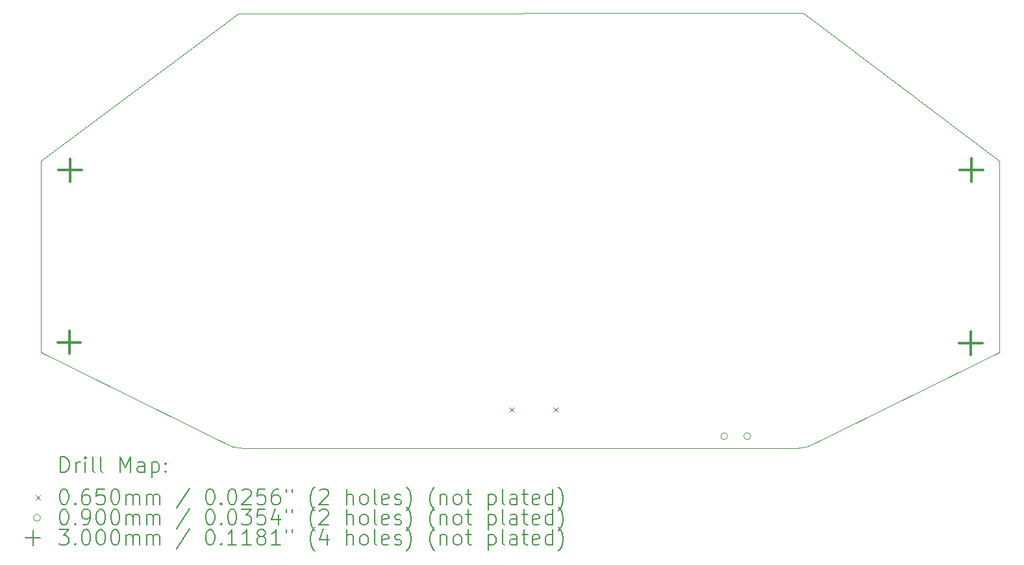
<source format=gbr>
%TF.GenerationSoftware,KiCad,Pcbnew,9.0.0*%
%TF.CreationDate,2025-04-24T22:15:05+07:00*%
%TF.ProjectId,Controll_,436f6e74-726f-46c6-9cbb-2e6b69636164,rev?*%
%TF.SameCoordinates,Original*%
%TF.FileFunction,Drillmap*%
%TF.FilePolarity,Positive*%
%FSLAX45Y45*%
G04 Gerber Fmt 4.5, Leading zero omitted, Abs format (unit mm)*
G04 Created by KiCad (PCBNEW 9.0.0) date 2025-04-24 22:15:05*
%MOMM*%
%LPD*%
G01*
G04 APERTURE LIST*
%ADD10C,0.050000*%
%ADD11C,0.200000*%
%ADD12C,0.100000*%
%ADD13C,0.300000*%
G04 APERTURE END LIST*
D10*
X7500000Y-7500000D02*
X7500000Y-10000000D01*
X17599372Y-11185465D02*
X20000000Y-10000000D01*
X7500000Y-10000000D02*
X9900209Y-11184686D01*
X17599372Y-11185465D02*
G75*
G02*
X17381512Y-11250002I-217862J335455D01*
G01*
X20000000Y-7500000D02*
X20000000Y-10000000D01*
X7500000Y-7500000D02*
X10079553Y-5575000D01*
X10079553Y-5575000D02*
X17443582Y-5572697D01*
X17443582Y-5572697D02*
X20000000Y-7500000D01*
X10119265Y-11250000D02*
G75*
G02*
X9900208Y-11184688I-5J400000D01*
G01*
X17381512Y-11250000D02*
X10119265Y-11250000D01*
D11*
D12*
X13606000Y-10713000D02*
X13671000Y-10778000D01*
X13671000Y-10713000D02*
X13606000Y-10778000D01*
X14184000Y-10713000D02*
X14249000Y-10778000D01*
X14249000Y-10713000D02*
X14184000Y-10778000D01*
X16457500Y-11092500D02*
G75*
G02*
X16367500Y-11092500I-45000J0D01*
G01*
X16367500Y-11092500D02*
G75*
G02*
X16457500Y-11092500I45000J0D01*
G01*
X16757500Y-11092500D02*
G75*
G02*
X16667500Y-11092500I-45000J0D01*
G01*
X16667500Y-11092500D02*
G75*
G02*
X16757500Y-11092500I45000J0D01*
G01*
D13*
X7872500Y-9717500D02*
X7872500Y-10017500D01*
X7722500Y-9867500D02*
X8022500Y-9867500D01*
X7882500Y-7470000D02*
X7882500Y-7770000D01*
X7732500Y-7620000D02*
X8032500Y-7620000D01*
X19627500Y-9730000D02*
X19627500Y-10030000D01*
X19477500Y-9880000D02*
X19777500Y-9880000D01*
X19635000Y-7467500D02*
X19635000Y-7767500D01*
X19485000Y-7617500D02*
X19785000Y-7617500D01*
D11*
X7758277Y-11563984D02*
X7758277Y-11363984D01*
X7758277Y-11363984D02*
X7805896Y-11363984D01*
X7805896Y-11363984D02*
X7834467Y-11373508D01*
X7834467Y-11373508D02*
X7853515Y-11392555D01*
X7853515Y-11392555D02*
X7863039Y-11411603D01*
X7863039Y-11411603D02*
X7872562Y-11449698D01*
X7872562Y-11449698D02*
X7872562Y-11478269D01*
X7872562Y-11478269D02*
X7863039Y-11516365D01*
X7863039Y-11516365D02*
X7853515Y-11535412D01*
X7853515Y-11535412D02*
X7834467Y-11554460D01*
X7834467Y-11554460D02*
X7805896Y-11563984D01*
X7805896Y-11563984D02*
X7758277Y-11563984D01*
X7958277Y-11563984D02*
X7958277Y-11430650D01*
X7958277Y-11468746D02*
X7967801Y-11449698D01*
X7967801Y-11449698D02*
X7977324Y-11440174D01*
X7977324Y-11440174D02*
X7996372Y-11430650D01*
X7996372Y-11430650D02*
X8015420Y-11430650D01*
X8082086Y-11563984D02*
X8082086Y-11430650D01*
X8082086Y-11363984D02*
X8072562Y-11373508D01*
X8072562Y-11373508D02*
X8082086Y-11383031D01*
X8082086Y-11383031D02*
X8091610Y-11373508D01*
X8091610Y-11373508D02*
X8082086Y-11363984D01*
X8082086Y-11363984D02*
X8082086Y-11383031D01*
X8205896Y-11563984D02*
X8186848Y-11554460D01*
X8186848Y-11554460D02*
X8177324Y-11535412D01*
X8177324Y-11535412D02*
X8177324Y-11363984D01*
X8310658Y-11563984D02*
X8291610Y-11554460D01*
X8291610Y-11554460D02*
X8282086Y-11535412D01*
X8282086Y-11535412D02*
X8282086Y-11363984D01*
X8539229Y-11563984D02*
X8539229Y-11363984D01*
X8539229Y-11363984D02*
X8605896Y-11506841D01*
X8605896Y-11506841D02*
X8672563Y-11363984D01*
X8672563Y-11363984D02*
X8672563Y-11563984D01*
X8853515Y-11563984D02*
X8853515Y-11459222D01*
X8853515Y-11459222D02*
X8843991Y-11440174D01*
X8843991Y-11440174D02*
X8824944Y-11430650D01*
X8824944Y-11430650D02*
X8786848Y-11430650D01*
X8786848Y-11430650D02*
X8767801Y-11440174D01*
X8853515Y-11554460D02*
X8834467Y-11563984D01*
X8834467Y-11563984D02*
X8786848Y-11563984D01*
X8786848Y-11563984D02*
X8767801Y-11554460D01*
X8767801Y-11554460D02*
X8758277Y-11535412D01*
X8758277Y-11535412D02*
X8758277Y-11516365D01*
X8758277Y-11516365D02*
X8767801Y-11497317D01*
X8767801Y-11497317D02*
X8786848Y-11487793D01*
X8786848Y-11487793D02*
X8834467Y-11487793D01*
X8834467Y-11487793D02*
X8853515Y-11478269D01*
X8948753Y-11430650D02*
X8948753Y-11630650D01*
X8948753Y-11440174D02*
X8967801Y-11430650D01*
X8967801Y-11430650D02*
X9005896Y-11430650D01*
X9005896Y-11430650D02*
X9024944Y-11440174D01*
X9024944Y-11440174D02*
X9034467Y-11449698D01*
X9034467Y-11449698D02*
X9043991Y-11468746D01*
X9043991Y-11468746D02*
X9043991Y-11525888D01*
X9043991Y-11525888D02*
X9034467Y-11544936D01*
X9034467Y-11544936D02*
X9024944Y-11554460D01*
X9024944Y-11554460D02*
X9005896Y-11563984D01*
X9005896Y-11563984D02*
X8967801Y-11563984D01*
X8967801Y-11563984D02*
X8948753Y-11554460D01*
X9129705Y-11544936D02*
X9139229Y-11554460D01*
X9139229Y-11554460D02*
X9129705Y-11563984D01*
X9129705Y-11563984D02*
X9120182Y-11554460D01*
X9120182Y-11554460D02*
X9129705Y-11544936D01*
X9129705Y-11544936D02*
X9129705Y-11563984D01*
X9129705Y-11440174D02*
X9139229Y-11449698D01*
X9139229Y-11449698D02*
X9129705Y-11459222D01*
X9129705Y-11459222D02*
X9120182Y-11449698D01*
X9120182Y-11449698D02*
X9129705Y-11440174D01*
X9129705Y-11440174D02*
X9129705Y-11459222D01*
D12*
X7432500Y-11860000D02*
X7497500Y-11925000D01*
X7497500Y-11860000D02*
X7432500Y-11925000D01*
D11*
X7796372Y-11783984D02*
X7815420Y-11783984D01*
X7815420Y-11783984D02*
X7834467Y-11793508D01*
X7834467Y-11793508D02*
X7843991Y-11803031D01*
X7843991Y-11803031D02*
X7853515Y-11822079D01*
X7853515Y-11822079D02*
X7863039Y-11860174D01*
X7863039Y-11860174D02*
X7863039Y-11907793D01*
X7863039Y-11907793D02*
X7853515Y-11945888D01*
X7853515Y-11945888D02*
X7843991Y-11964936D01*
X7843991Y-11964936D02*
X7834467Y-11974460D01*
X7834467Y-11974460D02*
X7815420Y-11983984D01*
X7815420Y-11983984D02*
X7796372Y-11983984D01*
X7796372Y-11983984D02*
X7777324Y-11974460D01*
X7777324Y-11974460D02*
X7767801Y-11964936D01*
X7767801Y-11964936D02*
X7758277Y-11945888D01*
X7758277Y-11945888D02*
X7748753Y-11907793D01*
X7748753Y-11907793D02*
X7748753Y-11860174D01*
X7748753Y-11860174D02*
X7758277Y-11822079D01*
X7758277Y-11822079D02*
X7767801Y-11803031D01*
X7767801Y-11803031D02*
X7777324Y-11793508D01*
X7777324Y-11793508D02*
X7796372Y-11783984D01*
X7948753Y-11964936D02*
X7958277Y-11974460D01*
X7958277Y-11974460D02*
X7948753Y-11983984D01*
X7948753Y-11983984D02*
X7939229Y-11974460D01*
X7939229Y-11974460D02*
X7948753Y-11964936D01*
X7948753Y-11964936D02*
X7948753Y-11983984D01*
X8129705Y-11783984D02*
X8091610Y-11783984D01*
X8091610Y-11783984D02*
X8072562Y-11793508D01*
X8072562Y-11793508D02*
X8063039Y-11803031D01*
X8063039Y-11803031D02*
X8043991Y-11831603D01*
X8043991Y-11831603D02*
X8034467Y-11869698D01*
X8034467Y-11869698D02*
X8034467Y-11945888D01*
X8034467Y-11945888D02*
X8043991Y-11964936D01*
X8043991Y-11964936D02*
X8053515Y-11974460D01*
X8053515Y-11974460D02*
X8072562Y-11983984D01*
X8072562Y-11983984D02*
X8110658Y-11983984D01*
X8110658Y-11983984D02*
X8129705Y-11974460D01*
X8129705Y-11974460D02*
X8139229Y-11964936D01*
X8139229Y-11964936D02*
X8148753Y-11945888D01*
X8148753Y-11945888D02*
X8148753Y-11898269D01*
X8148753Y-11898269D02*
X8139229Y-11879222D01*
X8139229Y-11879222D02*
X8129705Y-11869698D01*
X8129705Y-11869698D02*
X8110658Y-11860174D01*
X8110658Y-11860174D02*
X8072562Y-11860174D01*
X8072562Y-11860174D02*
X8053515Y-11869698D01*
X8053515Y-11869698D02*
X8043991Y-11879222D01*
X8043991Y-11879222D02*
X8034467Y-11898269D01*
X8329705Y-11783984D02*
X8234467Y-11783984D01*
X8234467Y-11783984D02*
X8224943Y-11879222D01*
X8224943Y-11879222D02*
X8234467Y-11869698D01*
X8234467Y-11869698D02*
X8253515Y-11860174D01*
X8253515Y-11860174D02*
X8301134Y-11860174D01*
X8301134Y-11860174D02*
X8320182Y-11869698D01*
X8320182Y-11869698D02*
X8329705Y-11879222D01*
X8329705Y-11879222D02*
X8339229Y-11898269D01*
X8339229Y-11898269D02*
X8339229Y-11945888D01*
X8339229Y-11945888D02*
X8329705Y-11964936D01*
X8329705Y-11964936D02*
X8320182Y-11974460D01*
X8320182Y-11974460D02*
X8301134Y-11983984D01*
X8301134Y-11983984D02*
X8253515Y-11983984D01*
X8253515Y-11983984D02*
X8234467Y-11974460D01*
X8234467Y-11974460D02*
X8224943Y-11964936D01*
X8463039Y-11783984D02*
X8482086Y-11783984D01*
X8482086Y-11783984D02*
X8501134Y-11793508D01*
X8501134Y-11793508D02*
X8510658Y-11803031D01*
X8510658Y-11803031D02*
X8520182Y-11822079D01*
X8520182Y-11822079D02*
X8529705Y-11860174D01*
X8529705Y-11860174D02*
X8529705Y-11907793D01*
X8529705Y-11907793D02*
X8520182Y-11945888D01*
X8520182Y-11945888D02*
X8510658Y-11964936D01*
X8510658Y-11964936D02*
X8501134Y-11974460D01*
X8501134Y-11974460D02*
X8482086Y-11983984D01*
X8482086Y-11983984D02*
X8463039Y-11983984D01*
X8463039Y-11983984D02*
X8443991Y-11974460D01*
X8443991Y-11974460D02*
X8434467Y-11964936D01*
X8434467Y-11964936D02*
X8424944Y-11945888D01*
X8424944Y-11945888D02*
X8415420Y-11907793D01*
X8415420Y-11907793D02*
X8415420Y-11860174D01*
X8415420Y-11860174D02*
X8424944Y-11822079D01*
X8424944Y-11822079D02*
X8434467Y-11803031D01*
X8434467Y-11803031D02*
X8443991Y-11793508D01*
X8443991Y-11793508D02*
X8463039Y-11783984D01*
X8615420Y-11983984D02*
X8615420Y-11850650D01*
X8615420Y-11869698D02*
X8624944Y-11860174D01*
X8624944Y-11860174D02*
X8643991Y-11850650D01*
X8643991Y-11850650D02*
X8672563Y-11850650D01*
X8672563Y-11850650D02*
X8691610Y-11860174D01*
X8691610Y-11860174D02*
X8701134Y-11879222D01*
X8701134Y-11879222D02*
X8701134Y-11983984D01*
X8701134Y-11879222D02*
X8710658Y-11860174D01*
X8710658Y-11860174D02*
X8729705Y-11850650D01*
X8729705Y-11850650D02*
X8758277Y-11850650D01*
X8758277Y-11850650D02*
X8777325Y-11860174D01*
X8777325Y-11860174D02*
X8786848Y-11879222D01*
X8786848Y-11879222D02*
X8786848Y-11983984D01*
X8882086Y-11983984D02*
X8882086Y-11850650D01*
X8882086Y-11869698D02*
X8891610Y-11860174D01*
X8891610Y-11860174D02*
X8910658Y-11850650D01*
X8910658Y-11850650D02*
X8939229Y-11850650D01*
X8939229Y-11850650D02*
X8958277Y-11860174D01*
X8958277Y-11860174D02*
X8967801Y-11879222D01*
X8967801Y-11879222D02*
X8967801Y-11983984D01*
X8967801Y-11879222D02*
X8977325Y-11860174D01*
X8977325Y-11860174D02*
X8996372Y-11850650D01*
X8996372Y-11850650D02*
X9024944Y-11850650D01*
X9024944Y-11850650D02*
X9043991Y-11860174D01*
X9043991Y-11860174D02*
X9053515Y-11879222D01*
X9053515Y-11879222D02*
X9053515Y-11983984D01*
X9443991Y-11774460D02*
X9272563Y-12031603D01*
X9701134Y-11783984D02*
X9720182Y-11783984D01*
X9720182Y-11783984D02*
X9739229Y-11793508D01*
X9739229Y-11793508D02*
X9748753Y-11803031D01*
X9748753Y-11803031D02*
X9758277Y-11822079D01*
X9758277Y-11822079D02*
X9767801Y-11860174D01*
X9767801Y-11860174D02*
X9767801Y-11907793D01*
X9767801Y-11907793D02*
X9758277Y-11945888D01*
X9758277Y-11945888D02*
X9748753Y-11964936D01*
X9748753Y-11964936D02*
X9739229Y-11974460D01*
X9739229Y-11974460D02*
X9720182Y-11983984D01*
X9720182Y-11983984D02*
X9701134Y-11983984D01*
X9701134Y-11983984D02*
X9682087Y-11974460D01*
X9682087Y-11974460D02*
X9672563Y-11964936D01*
X9672563Y-11964936D02*
X9663039Y-11945888D01*
X9663039Y-11945888D02*
X9653515Y-11907793D01*
X9653515Y-11907793D02*
X9653515Y-11860174D01*
X9653515Y-11860174D02*
X9663039Y-11822079D01*
X9663039Y-11822079D02*
X9672563Y-11803031D01*
X9672563Y-11803031D02*
X9682087Y-11793508D01*
X9682087Y-11793508D02*
X9701134Y-11783984D01*
X9853515Y-11964936D02*
X9863039Y-11974460D01*
X9863039Y-11974460D02*
X9853515Y-11983984D01*
X9853515Y-11983984D02*
X9843991Y-11974460D01*
X9843991Y-11974460D02*
X9853515Y-11964936D01*
X9853515Y-11964936D02*
X9853515Y-11983984D01*
X9986848Y-11783984D02*
X10005896Y-11783984D01*
X10005896Y-11783984D02*
X10024944Y-11793508D01*
X10024944Y-11793508D02*
X10034468Y-11803031D01*
X10034468Y-11803031D02*
X10043991Y-11822079D01*
X10043991Y-11822079D02*
X10053515Y-11860174D01*
X10053515Y-11860174D02*
X10053515Y-11907793D01*
X10053515Y-11907793D02*
X10043991Y-11945888D01*
X10043991Y-11945888D02*
X10034468Y-11964936D01*
X10034468Y-11964936D02*
X10024944Y-11974460D01*
X10024944Y-11974460D02*
X10005896Y-11983984D01*
X10005896Y-11983984D02*
X9986848Y-11983984D01*
X9986848Y-11983984D02*
X9967801Y-11974460D01*
X9967801Y-11974460D02*
X9958277Y-11964936D01*
X9958277Y-11964936D02*
X9948753Y-11945888D01*
X9948753Y-11945888D02*
X9939229Y-11907793D01*
X9939229Y-11907793D02*
X9939229Y-11860174D01*
X9939229Y-11860174D02*
X9948753Y-11822079D01*
X9948753Y-11822079D02*
X9958277Y-11803031D01*
X9958277Y-11803031D02*
X9967801Y-11793508D01*
X9967801Y-11793508D02*
X9986848Y-11783984D01*
X10129706Y-11803031D02*
X10139229Y-11793508D01*
X10139229Y-11793508D02*
X10158277Y-11783984D01*
X10158277Y-11783984D02*
X10205896Y-11783984D01*
X10205896Y-11783984D02*
X10224944Y-11793508D01*
X10224944Y-11793508D02*
X10234468Y-11803031D01*
X10234468Y-11803031D02*
X10243991Y-11822079D01*
X10243991Y-11822079D02*
X10243991Y-11841127D01*
X10243991Y-11841127D02*
X10234468Y-11869698D01*
X10234468Y-11869698D02*
X10120182Y-11983984D01*
X10120182Y-11983984D02*
X10243991Y-11983984D01*
X10424944Y-11783984D02*
X10329706Y-11783984D01*
X10329706Y-11783984D02*
X10320182Y-11879222D01*
X10320182Y-11879222D02*
X10329706Y-11869698D01*
X10329706Y-11869698D02*
X10348753Y-11860174D01*
X10348753Y-11860174D02*
X10396372Y-11860174D01*
X10396372Y-11860174D02*
X10415420Y-11869698D01*
X10415420Y-11869698D02*
X10424944Y-11879222D01*
X10424944Y-11879222D02*
X10434468Y-11898269D01*
X10434468Y-11898269D02*
X10434468Y-11945888D01*
X10434468Y-11945888D02*
X10424944Y-11964936D01*
X10424944Y-11964936D02*
X10415420Y-11974460D01*
X10415420Y-11974460D02*
X10396372Y-11983984D01*
X10396372Y-11983984D02*
X10348753Y-11983984D01*
X10348753Y-11983984D02*
X10329706Y-11974460D01*
X10329706Y-11974460D02*
X10320182Y-11964936D01*
X10605896Y-11783984D02*
X10567801Y-11783984D01*
X10567801Y-11783984D02*
X10548753Y-11793508D01*
X10548753Y-11793508D02*
X10539229Y-11803031D01*
X10539229Y-11803031D02*
X10520182Y-11831603D01*
X10520182Y-11831603D02*
X10510658Y-11869698D01*
X10510658Y-11869698D02*
X10510658Y-11945888D01*
X10510658Y-11945888D02*
X10520182Y-11964936D01*
X10520182Y-11964936D02*
X10529706Y-11974460D01*
X10529706Y-11974460D02*
X10548753Y-11983984D01*
X10548753Y-11983984D02*
X10586849Y-11983984D01*
X10586849Y-11983984D02*
X10605896Y-11974460D01*
X10605896Y-11974460D02*
X10615420Y-11964936D01*
X10615420Y-11964936D02*
X10624944Y-11945888D01*
X10624944Y-11945888D02*
X10624944Y-11898269D01*
X10624944Y-11898269D02*
X10615420Y-11879222D01*
X10615420Y-11879222D02*
X10605896Y-11869698D01*
X10605896Y-11869698D02*
X10586849Y-11860174D01*
X10586849Y-11860174D02*
X10548753Y-11860174D01*
X10548753Y-11860174D02*
X10529706Y-11869698D01*
X10529706Y-11869698D02*
X10520182Y-11879222D01*
X10520182Y-11879222D02*
X10510658Y-11898269D01*
X10701134Y-11783984D02*
X10701134Y-11822079D01*
X10777325Y-11783984D02*
X10777325Y-11822079D01*
X11072563Y-12060174D02*
X11063039Y-12050650D01*
X11063039Y-12050650D02*
X11043991Y-12022079D01*
X11043991Y-12022079D02*
X11034468Y-12003031D01*
X11034468Y-12003031D02*
X11024944Y-11974460D01*
X11024944Y-11974460D02*
X11015420Y-11926841D01*
X11015420Y-11926841D02*
X11015420Y-11888746D01*
X11015420Y-11888746D02*
X11024944Y-11841127D01*
X11024944Y-11841127D02*
X11034468Y-11812555D01*
X11034468Y-11812555D02*
X11043991Y-11793508D01*
X11043991Y-11793508D02*
X11063039Y-11764936D01*
X11063039Y-11764936D02*
X11072563Y-11755412D01*
X11139230Y-11803031D02*
X11148753Y-11793508D01*
X11148753Y-11793508D02*
X11167801Y-11783984D01*
X11167801Y-11783984D02*
X11215420Y-11783984D01*
X11215420Y-11783984D02*
X11234468Y-11793508D01*
X11234468Y-11793508D02*
X11243991Y-11803031D01*
X11243991Y-11803031D02*
X11253515Y-11822079D01*
X11253515Y-11822079D02*
X11253515Y-11841127D01*
X11253515Y-11841127D02*
X11243991Y-11869698D01*
X11243991Y-11869698D02*
X11129706Y-11983984D01*
X11129706Y-11983984D02*
X11253515Y-11983984D01*
X11491610Y-11983984D02*
X11491610Y-11783984D01*
X11577325Y-11983984D02*
X11577325Y-11879222D01*
X11577325Y-11879222D02*
X11567801Y-11860174D01*
X11567801Y-11860174D02*
X11548753Y-11850650D01*
X11548753Y-11850650D02*
X11520182Y-11850650D01*
X11520182Y-11850650D02*
X11501134Y-11860174D01*
X11501134Y-11860174D02*
X11491610Y-11869698D01*
X11701134Y-11983984D02*
X11682087Y-11974460D01*
X11682087Y-11974460D02*
X11672563Y-11964936D01*
X11672563Y-11964936D02*
X11663039Y-11945888D01*
X11663039Y-11945888D02*
X11663039Y-11888746D01*
X11663039Y-11888746D02*
X11672563Y-11869698D01*
X11672563Y-11869698D02*
X11682087Y-11860174D01*
X11682087Y-11860174D02*
X11701134Y-11850650D01*
X11701134Y-11850650D02*
X11729706Y-11850650D01*
X11729706Y-11850650D02*
X11748753Y-11860174D01*
X11748753Y-11860174D02*
X11758277Y-11869698D01*
X11758277Y-11869698D02*
X11767801Y-11888746D01*
X11767801Y-11888746D02*
X11767801Y-11945888D01*
X11767801Y-11945888D02*
X11758277Y-11964936D01*
X11758277Y-11964936D02*
X11748753Y-11974460D01*
X11748753Y-11974460D02*
X11729706Y-11983984D01*
X11729706Y-11983984D02*
X11701134Y-11983984D01*
X11882087Y-11983984D02*
X11863039Y-11974460D01*
X11863039Y-11974460D02*
X11853515Y-11955412D01*
X11853515Y-11955412D02*
X11853515Y-11783984D01*
X12034468Y-11974460D02*
X12015420Y-11983984D01*
X12015420Y-11983984D02*
X11977325Y-11983984D01*
X11977325Y-11983984D02*
X11958277Y-11974460D01*
X11958277Y-11974460D02*
X11948753Y-11955412D01*
X11948753Y-11955412D02*
X11948753Y-11879222D01*
X11948753Y-11879222D02*
X11958277Y-11860174D01*
X11958277Y-11860174D02*
X11977325Y-11850650D01*
X11977325Y-11850650D02*
X12015420Y-11850650D01*
X12015420Y-11850650D02*
X12034468Y-11860174D01*
X12034468Y-11860174D02*
X12043991Y-11879222D01*
X12043991Y-11879222D02*
X12043991Y-11898269D01*
X12043991Y-11898269D02*
X11948753Y-11917317D01*
X12120182Y-11974460D02*
X12139230Y-11983984D01*
X12139230Y-11983984D02*
X12177325Y-11983984D01*
X12177325Y-11983984D02*
X12196372Y-11974460D01*
X12196372Y-11974460D02*
X12205896Y-11955412D01*
X12205896Y-11955412D02*
X12205896Y-11945888D01*
X12205896Y-11945888D02*
X12196372Y-11926841D01*
X12196372Y-11926841D02*
X12177325Y-11917317D01*
X12177325Y-11917317D02*
X12148753Y-11917317D01*
X12148753Y-11917317D02*
X12129706Y-11907793D01*
X12129706Y-11907793D02*
X12120182Y-11888746D01*
X12120182Y-11888746D02*
X12120182Y-11879222D01*
X12120182Y-11879222D02*
X12129706Y-11860174D01*
X12129706Y-11860174D02*
X12148753Y-11850650D01*
X12148753Y-11850650D02*
X12177325Y-11850650D01*
X12177325Y-11850650D02*
X12196372Y-11860174D01*
X12272563Y-12060174D02*
X12282087Y-12050650D01*
X12282087Y-12050650D02*
X12301134Y-12022079D01*
X12301134Y-12022079D02*
X12310658Y-12003031D01*
X12310658Y-12003031D02*
X12320182Y-11974460D01*
X12320182Y-11974460D02*
X12329706Y-11926841D01*
X12329706Y-11926841D02*
X12329706Y-11888746D01*
X12329706Y-11888746D02*
X12320182Y-11841127D01*
X12320182Y-11841127D02*
X12310658Y-11812555D01*
X12310658Y-11812555D02*
X12301134Y-11793508D01*
X12301134Y-11793508D02*
X12282087Y-11764936D01*
X12282087Y-11764936D02*
X12272563Y-11755412D01*
X12634468Y-12060174D02*
X12624944Y-12050650D01*
X12624944Y-12050650D02*
X12605896Y-12022079D01*
X12605896Y-12022079D02*
X12596372Y-12003031D01*
X12596372Y-12003031D02*
X12586849Y-11974460D01*
X12586849Y-11974460D02*
X12577325Y-11926841D01*
X12577325Y-11926841D02*
X12577325Y-11888746D01*
X12577325Y-11888746D02*
X12586849Y-11841127D01*
X12586849Y-11841127D02*
X12596372Y-11812555D01*
X12596372Y-11812555D02*
X12605896Y-11793508D01*
X12605896Y-11793508D02*
X12624944Y-11764936D01*
X12624944Y-11764936D02*
X12634468Y-11755412D01*
X12710658Y-11850650D02*
X12710658Y-11983984D01*
X12710658Y-11869698D02*
X12720182Y-11860174D01*
X12720182Y-11860174D02*
X12739230Y-11850650D01*
X12739230Y-11850650D02*
X12767801Y-11850650D01*
X12767801Y-11850650D02*
X12786849Y-11860174D01*
X12786849Y-11860174D02*
X12796372Y-11879222D01*
X12796372Y-11879222D02*
X12796372Y-11983984D01*
X12920182Y-11983984D02*
X12901134Y-11974460D01*
X12901134Y-11974460D02*
X12891611Y-11964936D01*
X12891611Y-11964936D02*
X12882087Y-11945888D01*
X12882087Y-11945888D02*
X12882087Y-11888746D01*
X12882087Y-11888746D02*
X12891611Y-11869698D01*
X12891611Y-11869698D02*
X12901134Y-11860174D01*
X12901134Y-11860174D02*
X12920182Y-11850650D01*
X12920182Y-11850650D02*
X12948753Y-11850650D01*
X12948753Y-11850650D02*
X12967801Y-11860174D01*
X12967801Y-11860174D02*
X12977325Y-11869698D01*
X12977325Y-11869698D02*
X12986849Y-11888746D01*
X12986849Y-11888746D02*
X12986849Y-11945888D01*
X12986849Y-11945888D02*
X12977325Y-11964936D01*
X12977325Y-11964936D02*
X12967801Y-11974460D01*
X12967801Y-11974460D02*
X12948753Y-11983984D01*
X12948753Y-11983984D02*
X12920182Y-11983984D01*
X13043992Y-11850650D02*
X13120182Y-11850650D01*
X13072563Y-11783984D02*
X13072563Y-11955412D01*
X13072563Y-11955412D02*
X13082087Y-11974460D01*
X13082087Y-11974460D02*
X13101134Y-11983984D01*
X13101134Y-11983984D02*
X13120182Y-11983984D01*
X13339230Y-11850650D02*
X13339230Y-12050650D01*
X13339230Y-11860174D02*
X13358277Y-11850650D01*
X13358277Y-11850650D02*
X13396373Y-11850650D01*
X13396373Y-11850650D02*
X13415420Y-11860174D01*
X13415420Y-11860174D02*
X13424944Y-11869698D01*
X13424944Y-11869698D02*
X13434468Y-11888746D01*
X13434468Y-11888746D02*
X13434468Y-11945888D01*
X13434468Y-11945888D02*
X13424944Y-11964936D01*
X13424944Y-11964936D02*
X13415420Y-11974460D01*
X13415420Y-11974460D02*
X13396373Y-11983984D01*
X13396373Y-11983984D02*
X13358277Y-11983984D01*
X13358277Y-11983984D02*
X13339230Y-11974460D01*
X13548753Y-11983984D02*
X13529706Y-11974460D01*
X13529706Y-11974460D02*
X13520182Y-11955412D01*
X13520182Y-11955412D02*
X13520182Y-11783984D01*
X13710658Y-11983984D02*
X13710658Y-11879222D01*
X13710658Y-11879222D02*
X13701134Y-11860174D01*
X13701134Y-11860174D02*
X13682087Y-11850650D01*
X13682087Y-11850650D02*
X13643992Y-11850650D01*
X13643992Y-11850650D02*
X13624944Y-11860174D01*
X13710658Y-11974460D02*
X13691611Y-11983984D01*
X13691611Y-11983984D02*
X13643992Y-11983984D01*
X13643992Y-11983984D02*
X13624944Y-11974460D01*
X13624944Y-11974460D02*
X13615420Y-11955412D01*
X13615420Y-11955412D02*
X13615420Y-11936365D01*
X13615420Y-11936365D02*
X13624944Y-11917317D01*
X13624944Y-11917317D02*
X13643992Y-11907793D01*
X13643992Y-11907793D02*
X13691611Y-11907793D01*
X13691611Y-11907793D02*
X13710658Y-11898269D01*
X13777325Y-11850650D02*
X13853515Y-11850650D01*
X13805896Y-11783984D02*
X13805896Y-11955412D01*
X13805896Y-11955412D02*
X13815420Y-11974460D01*
X13815420Y-11974460D02*
X13834468Y-11983984D01*
X13834468Y-11983984D02*
X13853515Y-11983984D01*
X13996373Y-11974460D02*
X13977325Y-11983984D01*
X13977325Y-11983984D02*
X13939230Y-11983984D01*
X13939230Y-11983984D02*
X13920182Y-11974460D01*
X13920182Y-11974460D02*
X13910658Y-11955412D01*
X13910658Y-11955412D02*
X13910658Y-11879222D01*
X13910658Y-11879222D02*
X13920182Y-11860174D01*
X13920182Y-11860174D02*
X13939230Y-11850650D01*
X13939230Y-11850650D02*
X13977325Y-11850650D01*
X13977325Y-11850650D02*
X13996373Y-11860174D01*
X13996373Y-11860174D02*
X14005896Y-11879222D01*
X14005896Y-11879222D02*
X14005896Y-11898269D01*
X14005896Y-11898269D02*
X13910658Y-11917317D01*
X14177325Y-11983984D02*
X14177325Y-11783984D01*
X14177325Y-11974460D02*
X14158277Y-11983984D01*
X14158277Y-11983984D02*
X14120182Y-11983984D01*
X14120182Y-11983984D02*
X14101134Y-11974460D01*
X14101134Y-11974460D02*
X14091611Y-11964936D01*
X14091611Y-11964936D02*
X14082087Y-11945888D01*
X14082087Y-11945888D02*
X14082087Y-11888746D01*
X14082087Y-11888746D02*
X14091611Y-11869698D01*
X14091611Y-11869698D02*
X14101134Y-11860174D01*
X14101134Y-11860174D02*
X14120182Y-11850650D01*
X14120182Y-11850650D02*
X14158277Y-11850650D01*
X14158277Y-11850650D02*
X14177325Y-11860174D01*
X14253515Y-12060174D02*
X14263039Y-12050650D01*
X14263039Y-12050650D02*
X14282087Y-12022079D01*
X14282087Y-12022079D02*
X14291611Y-12003031D01*
X14291611Y-12003031D02*
X14301134Y-11974460D01*
X14301134Y-11974460D02*
X14310658Y-11926841D01*
X14310658Y-11926841D02*
X14310658Y-11888746D01*
X14310658Y-11888746D02*
X14301134Y-11841127D01*
X14301134Y-11841127D02*
X14291611Y-11812555D01*
X14291611Y-11812555D02*
X14282087Y-11793508D01*
X14282087Y-11793508D02*
X14263039Y-11764936D01*
X14263039Y-11764936D02*
X14253515Y-11755412D01*
D12*
X7497500Y-12156500D02*
G75*
G02*
X7407500Y-12156500I-45000J0D01*
G01*
X7407500Y-12156500D02*
G75*
G02*
X7497500Y-12156500I45000J0D01*
G01*
D11*
X7796372Y-12047984D02*
X7815420Y-12047984D01*
X7815420Y-12047984D02*
X7834467Y-12057508D01*
X7834467Y-12057508D02*
X7843991Y-12067031D01*
X7843991Y-12067031D02*
X7853515Y-12086079D01*
X7853515Y-12086079D02*
X7863039Y-12124174D01*
X7863039Y-12124174D02*
X7863039Y-12171793D01*
X7863039Y-12171793D02*
X7853515Y-12209888D01*
X7853515Y-12209888D02*
X7843991Y-12228936D01*
X7843991Y-12228936D02*
X7834467Y-12238460D01*
X7834467Y-12238460D02*
X7815420Y-12247984D01*
X7815420Y-12247984D02*
X7796372Y-12247984D01*
X7796372Y-12247984D02*
X7777324Y-12238460D01*
X7777324Y-12238460D02*
X7767801Y-12228936D01*
X7767801Y-12228936D02*
X7758277Y-12209888D01*
X7758277Y-12209888D02*
X7748753Y-12171793D01*
X7748753Y-12171793D02*
X7748753Y-12124174D01*
X7748753Y-12124174D02*
X7758277Y-12086079D01*
X7758277Y-12086079D02*
X7767801Y-12067031D01*
X7767801Y-12067031D02*
X7777324Y-12057508D01*
X7777324Y-12057508D02*
X7796372Y-12047984D01*
X7948753Y-12228936D02*
X7958277Y-12238460D01*
X7958277Y-12238460D02*
X7948753Y-12247984D01*
X7948753Y-12247984D02*
X7939229Y-12238460D01*
X7939229Y-12238460D02*
X7948753Y-12228936D01*
X7948753Y-12228936D02*
X7948753Y-12247984D01*
X8053515Y-12247984D02*
X8091610Y-12247984D01*
X8091610Y-12247984D02*
X8110658Y-12238460D01*
X8110658Y-12238460D02*
X8120182Y-12228936D01*
X8120182Y-12228936D02*
X8139229Y-12200365D01*
X8139229Y-12200365D02*
X8148753Y-12162269D01*
X8148753Y-12162269D02*
X8148753Y-12086079D01*
X8148753Y-12086079D02*
X8139229Y-12067031D01*
X8139229Y-12067031D02*
X8129705Y-12057508D01*
X8129705Y-12057508D02*
X8110658Y-12047984D01*
X8110658Y-12047984D02*
X8072562Y-12047984D01*
X8072562Y-12047984D02*
X8053515Y-12057508D01*
X8053515Y-12057508D02*
X8043991Y-12067031D01*
X8043991Y-12067031D02*
X8034467Y-12086079D01*
X8034467Y-12086079D02*
X8034467Y-12133698D01*
X8034467Y-12133698D02*
X8043991Y-12152746D01*
X8043991Y-12152746D02*
X8053515Y-12162269D01*
X8053515Y-12162269D02*
X8072562Y-12171793D01*
X8072562Y-12171793D02*
X8110658Y-12171793D01*
X8110658Y-12171793D02*
X8129705Y-12162269D01*
X8129705Y-12162269D02*
X8139229Y-12152746D01*
X8139229Y-12152746D02*
X8148753Y-12133698D01*
X8272562Y-12047984D02*
X8291610Y-12047984D01*
X8291610Y-12047984D02*
X8310658Y-12057508D01*
X8310658Y-12057508D02*
X8320182Y-12067031D01*
X8320182Y-12067031D02*
X8329705Y-12086079D01*
X8329705Y-12086079D02*
X8339229Y-12124174D01*
X8339229Y-12124174D02*
X8339229Y-12171793D01*
X8339229Y-12171793D02*
X8329705Y-12209888D01*
X8329705Y-12209888D02*
X8320182Y-12228936D01*
X8320182Y-12228936D02*
X8310658Y-12238460D01*
X8310658Y-12238460D02*
X8291610Y-12247984D01*
X8291610Y-12247984D02*
X8272562Y-12247984D01*
X8272562Y-12247984D02*
X8253515Y-12238460D01*
X8253515Y-12238460D02*
X8243991Y-12228936D01*
X8243991Y-12228936D02*
X8234467Y-12209888D01*
X8234467Y-12209888D02*
X8224943Y-12171793D01*
X8224943Y-12171793D02*
X8224943Y-12124174D01*
X8224943Y-12124174D02*
X8234467Y-12086079D01*
X8234467Y-12086079D02*
X8243991Y-12067031D01*
X8243991Y-12067031D02*
X8253515Y-12057508D01*
X8253515Y-12057508D02*
X8272562Y-12047984D01*
X8463039Y-12047984D02*
X8482086Y-12047984D01*
X8482086Y-12047984D02*
X8501134Y-12057508D01*
X8501134Y-12057508D02*
X8510658Y-12067031D01*
X8510658Y-12067031D02*
X8520182Y-12086079D01*
X8520182Y-12086079D02*
X8529705Y-12124174D01*
X8529705Y-12124174D02*
X8529705Y-12171793D01*
X8529705Y-12171793D02*
X8520182Y-12209888D01*
X8520182Y-12209888D02*
X8510658Y-12228936D01*
X8510658Y-12228936D02*
X8501134Y-12238460D01*
X8501134Y-12238460D02*
X8482086Y-12247984D01*
X8482086Y-12247984D02*
X8463039Y-12247984D01*
X8463039Y-12247984D02*
X8443991Y-12238460D01*
X8443991Y-12238460D02*
X8434467Y-12228936D01*
X8434467Y-12228936D02*
X8424944Y-12209888D01*
X8424944Y-12209888D02*
X8415420Y-12171793D01*
X8415420Y-12171793D02*
X8415420Y-12124174D01*
X8415420Y-12124174D02*
X8424944Y-12086079D01*
X8424944Y-12086079D02*
X8434467Y-12067031D01*
X8434467Y-12067031D02*
X8443991Y-12057508D01*
X8443991Y-12057508D02*
X8463039Y-12047984D01*
X8615420Y-12247984D02*
X8615420Y-12114650D01*
X8615420Y-12133698D02*
X8624944Y-12124174D01*
X8624944Y-12124174D02*
X8643991Y-12114650D01*
X8643991Y-12114650D02*
X8672563Y-12114650D01*
X8672563Y-12114650D02*
X8691610Y-12124174D01*
X8691610Y-12124174D02*
X8701134Y-12143222D01*
X8701134Y-12143222D02*
X8701134Y-12247984D01*
X8701134Y-12143222D02*
X8710658Y-12124174D01*
X8710658Y-12124174D02*
X8729705Y-12114650D01*
X8729705Y-12114650D02*
X8758277Y-12114650D01*
X8758277Y-12114650D02*
X8777325Y-12124174D01*
X8777325Y-12124174D02*
X8786848Y-12143222D01*
X8786848Y-12143222D02*
X8786848Y-12247984D01*
X8882086Y-12247984D02*
X8882086Y-12114650D01*
X8882086Y-12133698D02*
X8891610Y-12124174D01*
X8891610Y-12124174D02*
X8910658Y-12114650D01*
X8910658Y-12114650D02*
X8939229Y-12114650D01*
X8939229Y-12114650D02*
X8958277Y-12124174D01*
X8958277Y-12124174D02*
X8967801Y-12143222D01*
X8967801Y-12143222D02*
X8967801Y-12247984D01*
X8967801Y-12143222D02*
X8977325Y-12124174D01*
X8977325Y-12124174D02*
X8996372Y-12114650D01*
X8996372Y-12114650D02*
X9024944Y-12114650D01*
X9024944Y-12114650D02*
X9043991Y-12124174D01*
X9043991Y-12124174D02*
X9053515Y-12143222D01*
X9053515Y-12143222D02*
X9053515Y-12247984D01*
X9443991Y-12038460D02*
X9272563Y-12295603D01*
X9701134Y-12047984D02*
X9720182Y-12047984D01*
X9720182Y-12047984D02*
X9739229Y-12057508D01*
X9739229Y-12057508D02*
X9748753Y-12067031D01*
X9748753Y-12067031D02*
X9758277Y-12086079D01*
X9758277Y-12086079D02*
X9767801Y-12124174D01*
X9767801Y-12124174D02*
X9767801Y-12171793D01*
X9767801Y-12171793D02*
X9758277Y-12209888D01*
X9758277Y-12209888D02*
X9748753Y-12228936D01*
X9748753Y-12228936D02*
X9739229Y-12238460D01*
X9739229Y-12238460D02*
X9720182Y-12247984D01*
X9720182Y-12247984D02*
X9701134Y-12247984D01*
X9701134Y-12247984D02*
X9682087Y-12238460D01*
X9682087Y-12238460D02*
X9672563Y-12228936D01*
X9672563Y-12228936D02*
X9663039Y-12209888D01*
X9663039Y-12209888D02*
X9653515Y-12171793D01*
X9653515Y-12171793D02*
X9653515Y-12124174D01*
X9653515Y-12124174D02*
X9663039Y-12086079D01*
X9663039Y-12086079D02*
X9672563Y-12067031D01*
X9672563Y-12067031D02*
X9682087Y-12057508D01*
X9682087Y-12057508D02*
X9701134Y-12047984D01*
X9853515Y-12228936D02*
X9863039Y-12238460D01*
X9863039Y-12238460D02*
X9853515Y-12247984D01*
X9853515Y-12247984D02*
X9843991Y-12238460D01*
X9843991Y-12238460D02*
X9853515Y-12228936D01*
X9853515Y-12228936D02*
X9853515Y-12247984D01*
X9986848Y-12047984D02*
X10005896Y-12047984D01*
X10005896Y-12047984D02*
X10024944Y-12057508D01*
X10024944Y-12057508D02*
X10034468Y-12067031D01*
X10034468Y-12067031D02*
X10043991Y-12086079D01*
X10043991Y-12086079D02*
X10053515Y-12124174D01*
X10053515Y-12124174D02*
X10053515Y-12171793D01*
X10053515Y-12171793D02*
X10043991Y-12209888D01*
X10043991Y-12209888D02*
X10034468Y-12228936D01*
X10034468Y-12228936D02*
X10024944Y-12238460D01*
X10024944Y-12238460D02*
X10005896Y-12247984D01*
X10005896Y-12247984D02*
X9986848Y-12247984D01*
X9986848Y-12247984D02*
X9967801Y-12238460D01*
X9967801Y-12238460D02*
X9958277Y-12228936D01*
X9958277Y-12228936D02*
X9948753Y-12209888D01*
X9948753Y-12209888D02*
X9939229Y-12171793D01*
X9939229Y-12171793D02*
X9939229Y-12124174D01*
X9939229Y-12124174D02*
X9948753Y-12086079D01*
X9948753Y-12086079D02*
X9958277Y-12067031D01*
X9958277Y-12067031D02*
X9967801Y-12057508D01*
X9967801Y-12057508D02*
X9986848Y-12047984D01*
X10120182Y-12047984D02*
X10243991Y-12047984D01*
X10243991Y-12047984D02*
X10177325Y-12124174D01*
X10177325Y-12124174D02*
X10205896Y-12124174D01*
X10205896Y-12124174D02*
X10224944Y-12133698D01*
X10224944Y-12133698D02*
X10234468Y-12143222D01*
X10234468Y-12143222D02*
X10243991Y-12162269D01*
X10243991Y-12162269D02*
X10243991Y-12209888D01*
X10243991Y-12209888D02*
X10234468Y-12228936D01*
X10234468Y-12228936D02*
X10224944Y-12238460D01*
X10224944Y-12238460D02*
X10205896Y-12247984D01*
X10205896Y-12247984D02*
X10148753Y-12247984D01*
X10148753Y-12247984D02*
X10129706Y-12238460D01*
X10129706Y-12238460D02*
X10120182Y-12228936D01*
X10424944Y-12047984D02*
X10329706Y-12047984D01*
X10329706Y-12047984D02*
X10320182Y-12143222D01*
X10320182Y-12143222D02*
X10329706Y-12133698D01*
X10329706Y-12133698D02*
X10348753Y-12124174D01*
X10348753Y-12124174D02*
X10396372Y-12124174D01*
X10396372Y-12124174D02*
X10415420Y-12133698D01*
X10415420Y-12133698D02*
X10424944Y-12143222D01*
X10424944Y-12143222D02*
X10434468Y-12162269D01*
X10434468Y-12162269D02*
X10434468Y-12209888D01*
X10434468Y-12209888D02*
X10424944Y-12228936D01*
X10424944Y-12228936D02*
X10415420Y-12238460D01*
X10415420Y-12238460D02*
X10396372Y-12247984D01*
X10396372Y-12247984D02*
X10348753Y-12247984D01*
X10348753Y-12247984D02*
X10329706Y-12238460D01*
X10329706Y-12238460D02*
X10320182Y-12228936D01*
X10605896Y-12114650D02*
X10605896Y-12247984D01*
X10558277Y-12038460D02*
X10510658Y-12181317D01*
X10510658Y-12181317D02*
X10634468Y-12181317D01*
X10701134Y-12047984D02*
X10701134Y-12086079D01*
X10777325Y-12047984D02*
X10777325Y-12086079D01*
X11072563Y-12324174D02*
X11063039Y-12314650D01*
X11063039Y-12314650D02*
X11043991Y-12286079D01*
X11043991Y-12286079D02*
X11034468Y-12267031D01*
X11034468Y-12267031D02*
X11024944Y-12238460D01*
X11024944Y-12238460D02*
X11015420Y-12190841D01*
X11015420Y-12190841D02*
X11015420Y-12152746D01*
X11015420Y-12152746D02*
X11024944Y-12105127D01*
X11024944Y-12105127D02*
X11034468Y-12076555D01*
X11034468Y-12076555D02*
X11043991Y-12057508D01*
X11043991Y-12057508D02*
X11063039Y-12028936D01*
X11063039Y-12028936D02*
X11072563Y-12019412D01*
X11139230Y-12067031D02*
X11148753Y-12057508D01*
X11148753Y-12057508D02*
X11167801Y-12047984D01*
X11167801Y-12047984D02*
X11215420Y-12047984D01*
X11215420Y-12047984D02*
X11234468Y-12057508D01*
X11234468Y-12057508D02*
X11243991Y-12067031D01*
X11243991Y-12067031D02*
X11253515Y-12086079D01*
X11253515Y-12086079D02*
X11253515Y-12105127D01*
X11253515Y-12105127D02*
X11243991Y-12133698D01*
X11243991Y-12133698D02*
X11129706Y-12247984D01*
X11129706Y-12247984D02*
X11253515Y-12247984D01*
X11491610Y-12247984D02*
X11491610Y-12047984D01*
X11577325Y-12247984D02*
X11577325Y-12143222D01*
X11577325Y-12143222D02*
X11567801Y-12124174D01*
X11567801Y-12124174D02*
X11548753Y-12114650D01*
X11548753Y-12114650D02*
X11520182Y-12114650D01*
X11520182Y-12114650D02*
X11501134Y-12124174D01*
X11501134Y-12124174D02*
X11491610Y-12133698D01*
X11701134Y-12247984D02*
X11682087Y-12238460D01*
X11682087Y-12238460D02*
X11672563Y-12228936D01*
X11672563Y-12228936D02*
X11663039Y-12209888D01*
X11663039Y-12209888D02*
X11663039Y-12152746D01*
X11663039Y-12152746D02*
X11672563Y-12133698D01*
X11672563Y-12133698D02*
X11682087Y-12124174D01*
X11682087Y-12124174D02*
X11701134Y-12114650D01*
X11701134Y-12114650D02*
X11729706Y-12114650D01*
X11729706Y-12114650D02*
X11748753Y-12124174D01*
X11748753Y-12124174D02*
X11758277Y-12133698D01*
X11758277Y-12133698D02*
X11767801Y-12152746D01*
X11767801Y-12152746D02*
X11767801Y-12209888D01*
X11767801Y-12209888D02*
X11758277Y-12228936D01*
X11758277Y-12228936D02*
X11748753Y-12238460D01*
X11748753Y-12238460D02*
X11729706Y-12247984D01*
X11729706Y-12247984D02*
X11701134Y-12247984D01*
X11882087Y-12247984D02*
X11863039Y-12238460D01*
X11863039Y-12238460D02*
X11853515Y-12219412D01*
X11853515Y-12219412D02*
X11853515Y-12047984D01*
X12034468Y-12238460D02*
X12015420Y-12247984D01*
X12015420Y-12247984D02*
X11977325Y-12247984D01*
X11977325Y-12247984D02*
X11958277Y-12238460D01*
X11958277Y-12238460D02*
X11948753Y-12219412D01*
X11948753Y-12219412D02*
X11948753Y-12143222D01*
X11948753Y-12143222D02*
X11958277Y-12124174D01*
X11958277Y-12124174D02*
X11977325Y-12114650D01*
X11977325Y-12114650D02*
X12015420Y-12114650D01*
X12015420Y-12114650D02*
X12034468Y-12124174D01*
X12034468Y-12124174D02*
X12043991Y-12143222D01*
X12043991Y-12143222D02*
X12043991Y-12162269D01*
X12043991Y-12162269D02*
X11948753Y-12181317D01*
X12120182Y-12238460D02*
X12139230Y-12247984D01*
X12139230Y-12247984D02*
X12177325Y-12247984D01*
X12177325Y-12247984D02*
X12196372Y-12238460D01*
X12196372Y-12238460D02*
X12205896Y-12219412D01*
X12205896Y-12219412D02*
X12205896Y-12209888D01*
X12205896Y-12209888D02*
X12196372Y-12190841D01*
X12196372Y-12190841D02*
X12177325Y-12181317D01*
X12177325Y-12181317D02*
X12148753Y-12181317D01*
X12148753Y-12181317D02*
X12129706Y-12171793D01*
X12129706Y-12171793D02*
X12120182Y-12152746D01*
X12120182Y-12152746D02*
X12120182Y-12143222D01*
X12120182Y-12143222D02*
X12129706Y-12124174D01*
X12129706Y-12124174D02*
X12148753Y-12114650D01*
X12148753Y-12114650D02*
X12177325Y-12114650D01*
X12177325Y-12114650D02*
X12196372Y-12124174D01*
X12272563Y-12324174D02*
X12282087Y-12314650D01*
X12282087Y-12314650D02*
X12301134Y-12286079D01*
X12301134Y-12286079D02*
X12310658Y-12267031D01*
X12310658Y-12267031D02*
X12320182Y-12238460D01*
X12320182Y-12238460D02*
X12329706Y-12190841D01*
X12329706Y-12190841D02*
X12329706Y-12152746D01*
X12329706Y-12152746D02*
X12320182Y-12105127D01*
X12320182Y-12105127D02*
X12310658Y-12076555D01*
X12310658Y-12076555D02*
X12301134Y-12057508D01*
X12301134Y-12057508D02*
X12282087Y-12028936D01*
X12282087Y-12028936D02*
X12272563Y-12019412D01*
X12634468Y-12324174D02*
X12624944Y-12314650D01*
X12624944Y-12314650D02*
X12605896Y-12286079D01*
X12605896Y-12286079D02*
X12596372Y-12267031D01*
X12596372Y-12267031D02*
X12586849Y-12238460D01*
X12586849Y-12238460D02*
X12577325Y-12190841D01*
X12577325Y-12190841D02*
X12577325Y-12152746D01*
X12577325Y-12152746D02*
X12586849Y-12105127D01*
X12586849Y-12105127D02*
X12596372Y-12076555D01*
X12596372Y-12076555D02*
X12605896Y-12057508D01*
X12605896Y-12057508D02*
X12624944Y-12028936D01*
X12624944Y-12028936D02*
X12634468Y-12019412D01*
X12710658Y-12114650D02*
X12710658Y-12247984D01*
X12710658Y-12133698D02*
X12720182Y-12124174D01*
X12720182Y-12124174D02*
X12739230Y-12114650D01*
X12739230Y-12114650D02*
X12767801Y-12114650D01*
X12767801Y-12114650D02*
X12786849Y-12124174D01*
X12786849Y-12124174D02*
X12796372Y-12143222D01*
X12796372Y-12143222D02*
X12796372Y-12247984D01*
X12920182Y-12247984D02*
X12901134Y-12238460D01*
X12901134Y-12238460D02*
X12891611Y-12228936D01*
X12891611Y-12228936D02*
X12882087Y-12209888D01*
X12882087Y-12209888D02*
X12882087Y-12152746D01*
X12882087Y-12152746D02*
X12891611Y-12133698D01*
X12891611Y-12133698D02*
X12901134Y-12124174D01*
X12901134Y-12124174D02*
X12920182Y-12114650D01*
X12920182Y-12114650D02*
X12948753Y-12114650D01*
X12948753Y-12114650D02*
X12967801Y-12124174D01*
X12967801Y-12124174D02*
X12977325Y-12133698D01*
X12977325Y-12133698D02*
X12986849Y-12152746D01*
X12986849Y-12152746D02*
X12986849Y-12209888D01*
X12986849Y-12209888D02*
X12977325Y-12228936D01*
X12977325Y-12228936D02*
X12967801Y-12238460D01*
X12967801Y-12238460D02*
X12948753Y-12247984D01*
X12948753Y-12247984D02*
X12920182Y-12247984D01*
X13043992Y-12114650D02*
X13120182Y-12114650D01*
X13072563Y-12047984D02*
X13072563Y-12219412D01*
X13072563Y-12219412D02*
X13082087Y-12238460D01*
X13082087Y-12238460D02*
X13101134Y-12247984D01*
X13101134Y-12247984D02*
X13120182Y-12247984D01*
X13339230Y-12114650D02*
X13339230Y-12314650D01*
X13339230Y-12124174D02*
X13358277Y-12114650D01*
X13358277Y-12114650D02*
X13396373Y-12114650D01*
X13396373Y-12114650D02*
X13415420Y-12124174D01*
X13415420Y-12124174D02*
X13424944Y-12133698D01*
X13424944Y-12133698D02*
X13434468Y-12152746D01*
X13434468Y-12152746D02*
X13434468Y-12209888D01*
X13434468Y-12209888D02*
X13424944Y-12228936D01*
X13424944Y-12228936D02*
X13415420Y-12238460D01*
X13415420Y-12238460D02*
X13396373Y-12247984D01*
X13396373Y-12247984D02*
X13358277Y-12247984D01*
X13358277Y-12247984D02*
X13339230Y-12238460D01*
X13548753Y-12247984D02*
X13529706Y-12238460D01*
X13529706Y-12238460D02*
X13520182Y-12219412D01*
X13520182Y-12219412D02*
X13520182Y-12047984D01*
X13710658Y-12247984D02*
X13710658Y-12143222D01*
X13710658Y-12143222D02*
X13701134Y-12124174D01*
X13701134Y-12124174D02*
X13682087Y-12114650D01*
X13682087Y-12114650D02*
X13643992Y-12114650D01*
X13643992Y-12114650D02*
X13624944Y-12124174D01*
X13710658Y-12238460D02*
X13691611Y-12247984D01*
X13691611Y-12247984D02*
X13643992Y-12247984D01*
X13643992Y-12247984D02*
X13624944Y-12238460D01*
X13624944Y-12238460D02*
X13615420Y-12219412D01*
X13615420Y-12219412D02*
X13615420Y-12200365D01*
X13615420Y-12200365D02*
X13624944Y-12181317D01*
X13624944Y-12181317D02*
X13643992Y-12171793D01*
X13643992Y-12171793D02*
X13691611Y-12171793D01*
X13691611Y-12171793D02*
X13710658Y-12162269D01*
X13777325Y-12114650D02*
X13853515Y-12114650D01*
X13805896Y-12047984D02*
X13805896Y-12219412D01*
X13805896Y-12219412D02*
X13815420Y-12238460D01*
X13815420Y-12238460D02*
X13834468Y-12247984D01*
X13834468Y-12247984D02*
X13853515Y-12247984D01*
X13996373Y-12238460D02*
X13977325Y-12247984D01*
X13977325Y-12247984D02*
X13939230Y-12247984D01*
X13939230Y-12247984D02*
X13920182Y-12238460D01*
X13920182Y-12238460D02*
X13910658Y-12219412D01*
X13910658Y-12219412D02*
X13910658Y-12143222D01*
X13910658Y-12143222D02*
X13920182Y-12124174D01*
X13920182Y-12124174D02*
X13939230Y-12114650D01*
X13939230Y-12114650D02*
X13977325Y-12114650D01*
X13977325Y-12114650D02*
X13996373Y-12124174D01*
X13996373Y-12124174D02*
X14005896Y-12143222D01*
X14005896Y-12143222D02*
X14005896Y-12162269D01*
X14005896Y-12162269D02*
X13910658Y-12181317D01*
X14177325Y-12247984D02*
X14177325Y-12047984D01*
X14177325Y-12238460D02*
X14158277Y-12247984D01*
X14158277Y-12247984D02*
X14120182Y-12247984D01*
X14120182Y-12247984D02*
X14101134Y-12238460D01*
X14101134Y-12238460D02*
X14091611Y-12228936D01*
X14091611Y-12228936D02*
X14082087Y-12209888D01*
X14082087Y-12209888D02*
X14082087Y-12152746D01*
X14082087Y-12152746D02*
X14091611Y-12133698D01*
X14091611Y-12133698D02*
X14101134Y-12124174D01*
X14101134Y-12124174D02*
X14120182Y-12114650D01*
X14120182Y-12114650D02*
X14158277Y-12114650D01*
X14158277Y-12114650D02*
X14177325Y-12124174D01*
X14253515Y-12324174D02*
X14263039Y-12314650D01*
X14263039Y-12314650D02*
X14282087Y-12286079D01*
X14282087Y-12286079D02*
X14291611Y-12267031D01*
X14291611Y-12267031D02*
X14301134Y-12238460D01*
X14301134Y-12238460D02*
X14310658Y-12190841D01*
X14310658Y-12190841D02*
X14310658Y-12152746D01*
X14310658Y-12152746D02*
X14301134Y-12105127D01*
X14301134Y-12105127D02*
X14291611Y-12076555D01*
X14291611Y-12076555D02*
X14282087Y-12057508D01*
X14282087Y-12057508D02*
X14263039Y-12028936D01*
X14263039Y-12028936D02*
X14253515Y-12019412D01*
X7397500Y-12320500D02*
X7397500Y-12520500D01*
X7297500Y-12420500D02*
X7497500Y-12420500D01*
X7739229Y-12311984D02*
X7863039Y-12311984D01*
X7863039Y-12311984D02*
X7796372Y-12388174D01*
X7796372Y-12388174D02*
X7824943Y-12388174D01*
X7824943Y-12388174D02*
X7843991Y-12397698D01*
X7843991Y-12397698D02*
X7853515Y-12407222D01*
X7853515Y-12407222D02*
X7863039Y-12426269D01*
X7863039Y-12426269D02*
X7863039Y-12473888D01*
X7863039Y-12473888D02*
X7853515Y-12492936D01*
X7853515Y-12492936D02*
X7843991Y-12502460D01*
X7843991Y-12502460D02*
X7824943Y-12511984D01*
X7824943Y-12511984D02*
X7767801Y-12511984D01*
X7767801Y-12511984D02*
X7748753Y-12502460D01*
X7748753Y-12502460D02*
X7739229Y-12492936D01*
X7948753Y-12492936D02*
X7958277Y-12502460D01*
X7958277Y-12502460D02*
X7948753Y-12511984D01*
X7948753Y-12511984D02*
X7939229Y-12502460D01*
X7939229Y-12502460D02*
X7948753Y-12492936D01*
X7948753Y-12492936D02*
X7948753Y-12511984D01*
X8082086Y-12311984D02*
X8101134Y-12311984D01*
X8101134Y-12311984D02*
X8120182Y-12321508D01*
X8120182Y-12321508D02*
X8129705Y-12331031D01*
X8129705Y-12331031D02*
X8139229Y-12350079D01*
X8139229Y-12350079D02*
X8148753Y-12388174D01*
X8148753Y-12388174D02*
X8148753Y-12435793D01*
X8148753Y-12435793D02*
X8139229Y-12473888D01*
X8139229Y-12473888D02*
X8129705Y-12492936D01*
X8129705Y-12492936D02*
X8120182Y-12502460D01*
X8120182Y-12502460D02*
X8101134Y-12511984D01*
X8101134Y-12511984D02*
X8082086Y-12511984D01*
X8082086Y-12511984D02*
X8063039Y-12502460D01*
X8063039Y-12502460D02*
X8053515Y-12492936D01*
X8053515Y-12492936D02*
X8043991Y-12473888D01*
X8043991Y-12473888D02*
X8034467Y-12435793D01*
X8034467Y-12435793D02*
X8034467Y-12388174D01*
X8034467Y-12388174D02*
X8043991Y-12350079D01*
X8043991Y-12350079D02*
X8053515Y-12331031D01*
X8053515Y-12331031D02*
X8063039Y-12321508D01*
X8063039Y-12321508D02*
X8082086Y-12311984D01*
X8272562Y-12311984D02*
X8291610Y-12311984D01*
X8291610Y-12311984D02*
X8310658Y-12321508D01*
X8310658Y-12321508D02*
X8320182Y-12331031D01*
X8320182Y-12331031D02*
X8329705Y-12350079D01*
X8329705Y-12350079D02*
X8339229Y-12388174D01*
X8339229Y-12388174D02*
X8339229Y-12435793D01*
X8339229Y-12435793D02*
X8329705Y-12473888D01*
X8329705Y-12473888D02*
X8320182Y-12492936D01*
X8320182Y-12492936D02*
X8310658Y-12502460D01*
X8310658Y-12502460D02*
X8291610Y-12511984D01*
X8291610Y-12511984D02*
X8272562Y-12511984D01*
X8272562Y-12511984D02*
X8253515Y-12502460D01*
X8253515Y-12502460D02*
X8243991Y-12492936D01*
X8243991Y-12492936D02*
X8234467Y-12473888D01*
X8234467Y-12473888D02*
X8224943Y-12435793D01*
X8224943Y-12435793D02*
X8224943Y-12388174D01*
X8224943Y-12388174D02*
X8234467Y-12350079D01*
X8234467Y-12350079D02*
X8243991Y-12331031D01*
X8243991Y-12331031D02*
X8253515Y-12321508D01*
X8253515Y-12321508D02*
X8272562Y-12311984D01*
X8463039Y-12311984D02*
X8482086Y-12311984D01*
X8482086Y-12311984D02*
X8501134Y-12321508D01*
X8501134Y-12321508D02*
X8510658Y-12331031D01*
X8510658Y-12331031D02*
X8520182Y-12350079D01*
X8520182Y-12350079D02*
X8529705Y-12388174D01*
X8529705Y-12388174D02*
X8529705Y-12435793D01*
X8529705Y-12435793D02*
X8520182Y-12473888D01*
X8520182Y-12473888D02*
X8510658Y-12492936D01*
X8510658Y-12492936D02*
X8501134Y-12502460D01*
X8501134Y-12502460D02*
X8482086Y-12511984D01*
X8482086Y-12511984D02*
X8463039Y-12511984D01*
X8463039Y-12511984D02*
X8443991Y-12502460D01*
X8443991Y-12502460D02*
X8434467Y-12492936D01*
X8434467Y-12492936D02*
X8424944Y-12473888D01*
X8424944Y-12473888D02*
X8415420Y-12435793D01*
X8415420Y-12435793D02*
X8415420Y-12388174D01*
X8415420Y-12388174D02*
X8424944Y-12350079D01*
X8424944Y-12350079D02*
X8434467Y-12331031D01*
X8434467Y-12331031D02*
X8443991Y-12321508D01*
X8443991Y-12321508D02*
X8463039Y-12311984D01*
X8615420Y-12511984D02*
X8615420Y-12378650D01*
X8615420Y-12397698D02*
X8624944Y-12388174D01*
X8624944Y-12388174D02*
X8643991Y-12378650D01*
X8643991Y-12378650D02*
X8672563Y-12378650D01*
X8672563Y-12378650D02*
X8691610Y-12388174D01*
X8691610Y-12388174D02*
X8701134Y-12407222D01*
X8701134Y-12407222D02*
X8701134Y-12511984D01*
X8701134Y-12407222D02*
X8710658Y-12388174D01*
X8710658Y-12388174D02*
X8729705Y-12378650D01*
X8729705Y-12378650D02*
X8758277Y-12378650D01*
X8758277Y-12378650D02*
X8777325Y-12388174D01*
X8777325Y-12388174D02*
X8786848Y-12407222D01*
X8786848Y-12407222D02*
X8786848Y-12511984D01*
X8882086Y-12511984D02*
X8882086Y-12378650D01*
X8882086Y-12397698D02*
X8891610Y-12388174D01*
X8891610Y-12388174D02*
X8910658Y-12378650D01*
X8910658Y-12378650D02*
X8939229Y-12378650D01*
X8939229Y-12378650D02*
X8958277Y-12388174D01*
X8958277Y-12388174D02*
X8967801Y-12407222D01*
X8967801Y-12407222D02*
X8967801Y-12511984D01*
X8967801Y-12407222D02*
X8977325Y-12388174D01*
X8977325Y-12388174D02*
X8996372Y-12378650D01*
X8996372Y-12378650D02*
X9024944Y-12378650D01*
X9024944Y-12378650D02*
X9043991Y-12388174D01*
X9043991Y-12388174D02*
X9053515Y-12407222D01*
X9053515Y-12407222D02*
X9053515Y-12511984D01*
X9443991Y-12302460D02*
X9272563Y-12559603D01*
X9701134Y-12311984D02*
X9720182Y-12311984D01*
X9720182Y-12311984D02*
X9739229Y-12321508D01*
X9739229Y-12321508D02*
X9748753Y-12331031D01*
X9748753Y-12331031D02*
X9758277Y-12350079D01*
X9758277Y-12350079D02*
X9767801Y-12388174D01*
X9767801Y-12388174D02*
X9767801Y-12435793D01*
X9767801Y-12435793D02*
X9758277Y-12473888D01*
X9758277Y-12473888D02*
X9748753Y-12492936D01*
X9748753Y-12492936D02*
X9739229Y-12502460D01*
X9739229Y-12502460D02*
X9720182Y-12511984D01*
X9720182Y-12511984D02*
X9701134Y-12511984D01*
X9701134Y-12511984D02*
X9682087Y-12502460D01*
X9682087Y-12502460D02*
X9672563Y-12492936D01*
X9672563Y-12492936D02*
X9663039Y-12473888D01*
X9663039Y-12473888D02*
X9653515Y-12435793D01*
X9653515Y-12435793D02*
X9653515Y-12388174D01*
X9653515Y-12388174D02*
X9663039Y-12350079D01*
X9663039Y-12350079D02*
X9672563Y-12331031D01*
X9672563Y-12331031D02*
X9682087Y-12321508D01*
X9682087Y-12321508D02*
X9701134Y-12311984D01*
X9853515Y-12492936D02*
X9863039Y-12502460D01*
X9863039Y-12502460D02*
X9853515Y-12511984D01*
X9853515Y-12511984D02*
X9843991Y-12502460D01*
X9843991Y-12502460D02*
X9853515Y-12492936D01*
X9853515Y-12492936D02*
X9853515Y-12511984D01*
X10053515Y-12511984D02*
X9939229Y-12511984D01*
X9996372Y-12511984D02*
X9996372Y-12311984D01*
X9996372Y-12311984D02*
X9977325Y-12340555D01*
X9977325Y-12340555D02*
X9958277Y-12359603D01*
X9958277Y-12359603D02*
X9939229Y-12369127D01*
X10243991Y-12511984D02*
X10129706Y-12511984D01*
X10186848Y-12511984D02*
X10186848Y-12311984D01*
X10186848Y-12311984D02*
X10167801Y-12340555D01*
X10167801Y-12340555D02*
X10148753Y-12359603D01*
X10148753Y-12359603D02*
X10129706Y-12369127D01*
X10358277Y-12397698D02*
X10339229Y-12388174D01*
X10339229Y-12388174D02*
X10329706Y-12378650D01*
X10329706Y-12378650D02*
X10320182Y-12359603D01*
X10320182Y-12359603D02*
X10320182Y-12350079D01*
X10320182Y-12350079D02*
X10329706Y-12331031D01*
X10329706Y-12331031D02*
X10339229Y-12321508D01*
X10339229Y-12321508D02*
X10358277Y-12311984D01*
X10358277Y-12311984D02*
X10396372Y-12311984D01*
X10396372Y-12311984D02*
X10415420Y-12321508D01*
X10415420Y-12321508D02*
X10424944Y-12331031D01*
X10424944Y-12331031D02*
X10434468Y-12350079D01*
X10434468Y-12350079D02*
X10434468Y-12359603D01*
X10434468Y-12359603D02*
X10424944Y-12378650D01*
X10424944Y-12378650D02*
X10415420Y-12388174D01*
X10415420Y-12388174D02*
X10396372Y-12397698D01*
X10396372Y-12397698D02*
X10358277Y-12397698D01*
X10358277Y-12397698D02*
X10339229Y-12407222D01*
X10339229Y-12407222D02*
X10329706Y-12416746D01*
X10329706Y-12416746D02*
X10320182Y-12435793D01*
X10320182Y-12435793D02*
X10320182Y-12473888D01*
X10320182Y-12473888D02*
X10329706Y-12492936D01*
X10329706Y-12492936D02*
X10339229Y-12502460D01*
X10339229Y-12502460D02*
X10358277Y-12511984D01*
X10358277Y-12511984D02*
X10396372Y-12511984D01*
X10396372Y-12511984D02*
X10415420Y-12502460D01*
X10415420Y-12502460D02*
X10424944Y-12492936D01*
X10424944Y-12492936D02*
X10434468Y-12473888D01*
X10434468Y-12473888D02*
X10434468Y-12435793D01*
X10434468Y-12435793D02*
X10424944Y-12416746D01*
X10424944Y-12416746D02*
X10415420Y-12407222D01*
X10415420Y-12407222D02*
X10396372Y-12397698D01*
X10624944Y-12511984D02*
X10510658Y-12511984D01*
X10567801Y-12511984D02*
X10567801Y-12311984D01*
X10567801Y-12311984D02*
X10548753Y-12340555D01*
X10548753Y-12340555D02*
X10529706Y-12359603D01*
X10529706Y-12359603D02*
X10510658Y-12369127D01*
X10701134Y-12311984D02*
X10701134Y-12350079D01*
X10777325Y-12311984D02*
X10777325Y-12350079D01*
X11072563Y-12588174D02*
X11063039Y-12578650D01*
X11063039Y-12578650D02*
X11043991Y-12550079D01*
X11043991Y-12550079D02*
X11034468Y-12531031D01*
X11034468Y-12531031D02*
X11024944Y-12502460D01*
X11024944Y-12502460D02*
X11015420Y-12454841D01*
X11015420Y-12454841D02*
X11015420Y-12416746D01*
X11015420Y-12416746D02*
X11024944Y-12369127D01*
X11024944Y-12369127D02*
X11034468Y-12340555D01*
X11034468Y-12340555D02*
X11043991Y-12321508D01*
X11043991Y-12321508D02*
X11063039Y-12292936D01*
X11063039Y-12292936D02*
X11072563Y-12283412D01*
X11234468Y-12378650D02*
X11234468Y-12511984D01*
X11186848Y-12302460D02*
X11139230Y-12445317D01*
X11139230Y-12445317D02*
X11263039Y-12445317D01*
X11491610Y-12511984D02*
X11491610Y-12311984D01*
X11577325Y-12511984D02*
X11577325Y-12407222D01*
X11577325Y-12407222D02*
X11567801Y-12388174D01*
X11567801Y-12388174D02*
X11548753Y-12378650D01*
X11548753Y-12378650D02*
X11520182Y-12378650D01*
X11520182Y-12378650D02*
X11501134Y-12388174D01*
X11501134Y-12388174D02*
X11491610Y-12397698D01*
X11701134Y-12511984D02*
X11682087Y-12502460D01*
X11682087Y-12502460D02*
X11672563Y-12492936D01*
X11672563Y-12492936D02*
X11663039Y-12473888D01*
X11663039Y-12473888D02*
X11663039Y-12416746D01*
X11663039Y-12416746D02*
X11672563Y-12397698D01*
X11672563Y-12397698D02*
X11682087Y-12388174D01*
X11682087Y-12388174D02*
X11701134Y-12378650D01*
X11701134Y-12378650D02*
X11729706Y-12378650D01*
X11729706Y-12378650D02*
X11748753Y-12388174D01*
X11748753Y-12388174D02*
X11758277Y-12397698D01*
X11758277Y-12397698D02*
X11767801Y-12416746D01*
X11767801Y-12416746D02*
X11767801Y-12473888D01*
X11767801Y-12473888D02*
X11758277Y-12492936D01*
X11758277Y-12492936D02*
X11748753Y-12502460D01*
X11748753Y-12502460D02*
X11729706Y-12511984D01*
X11729706Y-12511984D02*
X11701134Y-12511984D01*
X11882087Y-12511984D02*
X11863039Y-12502460D01*
X11863039Y-12502460D02*
X11853515Y-12483412D01*
X11853515Y-12483412D02*
X11853515Y-12311984D01*
X12034468Y-12502460D02*
X12015420Y-12511984D01*
X12015420Y-12511984D02*
X11977325Y-12511984D01*
X11977325Y-12511984D02*
X11958277Y-12502460D01*
X11958277Y-12502460D02*
X11948753Y-12483412D01*
X11948753Y-12483412D02*
X11948753Y-12407222D01*
X11948753Y-12407222D02*
X11958277Y-12388174D01*
X11958277Y-12388174D02*
X11977325Y-12378650D01*
X11977325Y-12378650D02*
X12015420Y-12378650D01*
X12015420Y-12378650D02*
X12034468Y-12388174D01*
X12034468Y-12388174D02*
X12043991Y-12407222D01*
X12043991Y-12407222D02*
X12043991Y-12426269D01*
X12043991Y-12426269D02*
X11948753Y-12445317D01*
X12120182Y-12502460D02*
X12139230Y-12511984D01*
X12139230Y-12511984D02*
X12177325Y-12511984D01*
X12177325Y-12511984D02*
X12196372Y-12502460D01*
X12196372Y-12502460D02*
X12205896Y-12483412D01*
X12205896Y-12483412D02*
X12205896Y-12473888D01*
X12205896Y-12473888D02*
X12196372Y-12454841D01*
X12196372Y-12454841D02*
X12177325Y-12445317D01*
X12177325Y-12445317D02*
X12148753Y-12445317D01*
X12148753Y-12445317D02*
X12129706Y-12435793D01*
X12129706Y-12435793D02*
X12120182Y-12416746D01*
X12120182Y-12416746D02*
X12120182Y-12407222D01*
X12120182Y-12407222D02*
X12129706Y-12388174D01*
X12129706Y-12388174D02*
X12148753Y-12378650D01*
X12148753Y-12378650D02*
X12177325Y-12378650D01*
X12177325Y-12378650D02*
X12196372Y-12388174D01*
X12272563Y-12588174D02*
X12282087Y-12578650D01*
X12282087Y-12578650D02*
X12301134Y-12550079D01*
X12301134Y-12550079D02*
X12310658Y-12531031D01*
X12310658Y-12531031D02*
X12320182Y-12502460D01*
X12320182Y-12502460D02*
X12329706Y-12454841D01*
X12329706Y-12454841D02*
X12329706Y-12416746D01*
X12329706Y-12416746D02*
X12320182Y-12369127D01*
X12320182Y-12369127D02*
X12310658Y-12340555D01*
X12310658Y-12340555D02*
X12301134Y-12321508D01*
X12301134Y-12321508D02*
X12282087Y-12292936D01*
X12282087Y-12292936D02*
X12272563Y-12283412D01*
X12634468Y-12588174D02*
X12624944Y-12578650D01*
X12624944Y-12578650D02*
X12605896Y-12550079D01*
X12605896Y-12550079D02*
X12596372Y-12531031D01*
X12596372Y-12531031D02*
X12586849Y-12502460D01*
X12586849Y-12502460D02*
X12577325Y-12454841D01*
X12577325Y-12454841D02*
X12577325Y-12416746D01*
X12577325Y-12416746D02*
X12586849Y-12369127D01*
X12586849Y-12369127D02*
X12596372Y-12340555D01*
X12596372Y-12340555D02*
X12605896Y-12321508D01*
X12605896Y-12321508D02*
X12624944Y-12292936D01*
X12624944Y-12292936D02*
X12634468Y-12283412D01*
X12710658Y-12378650D02*
X12710658Y-12511984D01*
X12710658Y-12397698D02*
X12720182Y-12388174D01*
X12720182Y-12388174D02*
X12739230Y-12378650D01*
X12739230Y-12378650D02*
X12767801Y-12378650D01*
X12767801Y-12378650D02*
X12786849Y-12388174D01*
X12786849Y-12388174D02*
X12796372Y-12407222D01*
X12796372Y-12407222D02*
X12796372Y-12511984D01*
X12920182Y-12511984D02*
X12901134Y-12502460D01*
X12901134Y-12502460D02*
X12891611Y-12492936D01*
X12891611Y-12492936D02*
X12882087Y-12473888D01*
X12882087Y-12473888D02*
X12882087Y-12416746D01*
X12882087Y-12416746D02*
X12891611Y-12397698D01*
X12891611Y-12397698D02*
X12901134Y-12388174D01*
X12901134Y-12388174D02*
X12920182Y-12378650D01*
X12920182Y-12378650D02*
X12948753Y-12378650D01*
X12948753Y-12378650D02*
X12967801Y-12388174D01*
X12967801Y-12388174D02*
X12977325Y-12397698D01*
X12977325Y-12397698D02*
X12986849Y-12416746D01*
X12986849Y-12416746D02*
X12986849Y-12473888D01*
X12986849Y-12473888D02*
X12977325Y-12492936D01*
X12977325Y-12492936D02*
X12967801Y-12502460D01*
X12967801Y-12502460D02*
X12948753Y-12511984D01*
X12948753Y-12511984D02*
X12920182Y-12511984D01*
X13043992Y-12378650D02*
X13120182Y-12378650D01*
X13072563Y-12311984D02*
X13072563Y-12483412D01*
X13072563Y-12483412D02*
X13082087Y-12502460D01*
X13082087Y-12502460D02*
X13101134Y-12511984D01*
X13101134Y-12511984D02*
X13120182Y-12511984D01*
X13339230Y-12378650D02*
X13339230Y-12578650D01*
X13339230Y-12388174D02*
X13358277Y-12378650D01*
X13358277Y-12378650D02*
X13396373Y-12378650D01*
X13396373Y-12378650D02*
X13415420Y-12388174D01*
X13415420Y-12388174D02*
X13424944Y-12397698D01*
X13424944Y-12397698D02*
X13434468Y-12416746D01*
X13434468Y-12416746D02*
X13434468Y-12473888D01*
X13434468Y-12473888D02*
X13424944Y-12492936D01*
X13424944Y-12492936D02*
X13415420Y-12502460D01*
X13415420Y-12502460D02*
X13396373Y-12511984D01*
X13396373Y-12511984D02*
X13358277Y-12511984D01*
X13358277Y-12511984D02*
X13339230Y-12502460D01*
X13548753Y-12511984D02*
X13529706Y-12502460D01*
X13529706Y-12502460D02*
X13520182Y-12483412D01*
X13520182Y-12483412D02*
X13520182Y-12311984D01*
X13710658Y-12511984D02*
X13710658Y-12407222D01*
X13710658Y-12407222D02*
X13701134Y-12388174D01*
X13701134Y-12388174D02*
X13682087Y-12378650D01*
X13682087Y-12378650D02*
X13643992Y-12378650D01*
X13643992Y-12378650D02*
X13624944Y-12388174D01*
X13710658Y-12502460D02*
X13691611Y-12511984D01*
X13691611Y-12511984D02*
X13643992Y-12511984D01*
X13643992Y-12511984D02*
X13624944Y-12502460D01*
X13624944Y-12502460D02*
X13615420Y-12483412D01*
X13615420Y-12483412D02*
X13615420Y-12464365D01*
X13615420Y-12464365D02*
X13624944Y-12445317D01*
X13624944Y-12445317D02*
X13643992Y-12435793D01*
X13643992Y-12435793D02*
X13691611Y-12435793D01*
X13691611Y-12435793D02*
X13710658Y-12426269D01*
X13777325Y-12378650D02*
X13853515Y-12378650D01*
X13805896Y-12311984D02*
X13805896Y-12483412D01*
X13805896Y-12483412D02*
X13815420Y-12502460D01*
X13815420Y-12502460D02*
X13834468Y-12511984D01*
X13834468Y-12511984D02*
X13853515Y-12511984D01*
X13996373Y-12502460D02*
X13977325Y-12511984D01*
X13977325Y-12511984D02*
X13939230Y-12511984D01*
X13939230Y-12511984D02*
X13920182Y-12502460D01*
X13920182Y-12502460D02*
X13910658Y-12483412D01*
X13910658Y-12483412D02*
X13910658Y-12407222D01*
X13910658Y-12407222D02*
X13920182Y-12388174D01*
X13920182Y-12388174D02*
X13939230Y-12378650D01*
X13939230Y-12378650D02*
X13977325Y-12378650D01*
X13977325Y-12378650D02*
X13996373Y-12388174D01*
X13996373Y-12388174D02*
X14005896Y-12407222D01*
X14005896Y-12407222D02*
X14005896Y-12426269D01*
X14005896Y-12426269D02*
X13910658Y-12445317D01*
X14177325Y-12511984D02*
X14177325Y-12311984D01*
X14177325Y-12502460D02*
X14158277Y-12511984D01*
X14158277Y-12511984D02*
X14120182Y-12511984D01*
X14120182Y-12511984D02*
X14101134Y-12502460D01*
X14101134Y-12502460D02*
X14091611Y-12492936D01*
X14091611Y-12492936D02*
X14082087Y-12473888D01*
X14082087Y-12473888D02*
X14082087Y-12416746D01*
X14082087Y-12416746D02*
X14091611Y-12397698D01*
X14091611Y-12397698D02*
X14101134Y-12388174D01*
X14101134Y-12388174D02*
X14120182Y-12378650D01*
X14120182Y-12378650D02*
X14158277Y-12378650D01*
X14158277Y-12378650D02*
X14177325Y-12388174D01*
X14253515Y-12588174D02*
X14263039Y-12578650D01*
X14263039Y-12578650D02*
X14282087Y-12550079D01*
X14282087Y-12550079D02*
X14291611Y-12531031D01*
X14291611Y-12531031D02*
X14301134Y-12502460D01*
X14301134Y-12502460D02*
X14310658Y-12454841D01*
X14310658Y-12454841D02*
X14310658Y-12416746D01*
X14310658Y-12416746D02*
X14301134Y-12369127D01*
X14301134Y-12369127D02*
X14291611Y-12340555D01*
X14291611Y-12340555D02*
X14282087Y-12321508D01*
X14282087Y-12321508D02*
X14263039Y-12292936D01*
X14263039Y-12292936D02*
X14253515Y-12283412D01*
M02*

</source>
